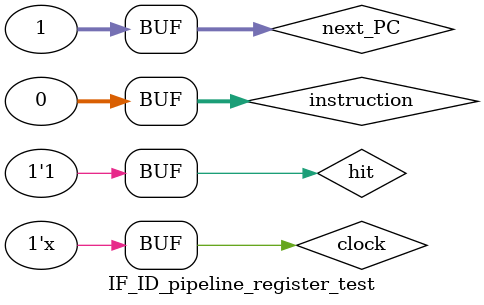
<source format=v>
`timescale 1ns / 1ps

module IF_ID_pipeline_register_test;

	// Inputs
	reg [31:0] instruction;
	reg [31:0] next_PC;
	reg hit;
	reg clock;

	// Outputs
	wire [31:0] instruction_output;
	wire [31:0] next_PC_output;

	// Instantiate the Unit Under Test (UUT)
	IF_ID_pipeline_register uut (
		.instruction(instruction), 
		.next_PC(next_PC), 
		.hit(hit), 
		.clock(clock), 
		.instruction_output(instruction_output), 
		.next_PC_output(next_PC_output)
	);

	initial
		begin
			clock = 1;
			
			hit = 1;
			instruction = 32'b1;
			next_PC = 32'b0;
			#300
			instruction = 32'b0;
			next_PC = 32'b1;
		end
	
	always #200 clock = ~clock;
      
endmodule

</source>
